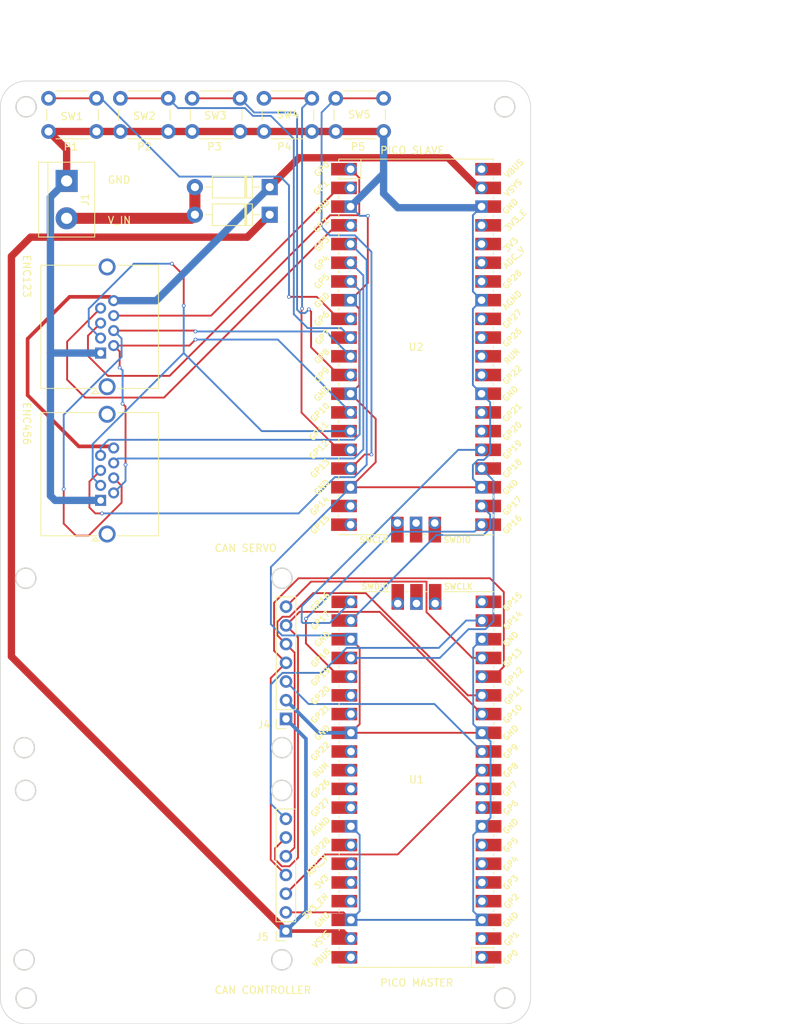
<source format=kicad_pcb>
(kicad_pcb (version 20221018) (generator pcbnew)
  (layers (0 "F.Cu" signal) (31 "B.Cu" signal) (34 "B.Paste" user) (35 "F.Paste" user) (36 "B.SilkS" user "B.Silkscreen") (37 "F.SilkS" user "F.Silkscreen") (38 "B.Mask" user) (39 "F.Mask" user) (44 "Edge.Cuts" user))
  (net 0 "")
  (net 1 "GP6_2")
  (net 2 "GP7_2")
  (net 10 "GP20")
  (net 11 "5V")
  (net 12 "3V3")
  (net 13 "GP21")
  (net 14 "GND")
  (net 15 "GP6")
  (net 16 "GP0")
  (net 17 "GP1")
  (net 18 "GP7")
  (net 19 "GP28")
  (net 20 "GP8")
  (net 21 "GP9")
  (net 22 "GP27")
  (net 23 "GP26")
  (net 24 "GP3")
  (net 25 "GP4")
  (net 26 "GP22")
  (net 27 "GP2")
  (net 28 "GP5")
  (net 29 "GP19")
  (net 30 "GP10")
  (net 31 "GP11")
  (net 32 "GP18")
  (net 33 "GP12")
  (net 34 "GP13")
  (net 35 "GP17")
  (net 36 "GP14")
  (net 37 "GP16")
  (net 38 "GP15")
  (net 39 "GP20_2")
  (net 40 "GP8_2")
  (net 41 "GP9_2")
  (net 42 "GP10_2")
  (net 43 "GP11_2")
  (net 44 "GP12_2")
  (net 45 "GP13_2")
  (net 46 "GP0_2")
  (net 47 "GP1_2")
  (net 48 "GP2_2")
  (net 49 "GP3_2")
  (net 50 "5VCC_1")
  (net 51 "GP27_2")
  (net 52 "GP28_2")
  (net 53 "GP4_2")
  (net 54 "GP5_2")
  (net 55 "GP14_2")
  (net 56 "GP15_2")
  (net 68 "5VCC_2")
  (footprint "Button_Switch_THT:SW_PUSH_6mm" (layer "F.Cu") (at 115.05 35.35)
    (fp_text reference "SW5")
    (fp_text value "SW_Push" hide)
  )
  (footprint "MCU_RaspberryPi_and_Boards:RPi_Pico_SMD_TH" (layer "F.Cu") (at 126.01 127.83 180)
    (fp_text reference "U1")
    (fp_text value "Pico Master")
  )
  (footprint "Connector_PinSocket_2.54mm:PinSocket_1x07_P2.54mm_Vertical" (layer "F.Cu") (at 108.3 119.6 180)
    (fp_text reference "J4")
    (fp_text value "CAN_Servo")
  )
  (footprint "Connector_RJ:RJ45_Amphenol_RJHSE5380" (layer "F.Cu") (at 83.11 89.93 90)
    (fp_text reference "J3" hide)
    (fp_text value "8P8C")
  )
  (footprint "Button_Switch_THT:SW_PUSH_6mm" (layer "F.Cu") (at 95.55 35.35)
    (fp_text reference "SW3")
    (fp_text value "SW_Push" hide)
  )
  (footprint "Connector_PinSocket_2.54mm:PinSocket_1x07_P2.54mm_Vertical" (layer "F.Cu") (at 108.275 148.4 180)
    (fp_text reference "J5")
    (fp_text value "CAN_Controller")
  )
  (footprint "TerminalBlock:TerminalBlock_bornier-2_P5.08mm" (layer "F.Cu") (at 78.5 46.56 -90)
    (fp_text reference "J1")
    (fp_text value "V_IN")
  )
  (footprint "Diode_THT:D_DO-41_SOD81_P10.16mm_Horizontal" (layer "F.Cu") (at 106.08 51.15 180)
    (fp_text reference "D1" hide)
    (fp_text value "1N5817" hide)
  )
  (footprint "Diode_THT:D_DO-41_SOD81_P10.16mm_Horizontal" (layer "F.Cu") (at 106.08 47.4 180)
    (fp_text reference "D2" hide)
    (fp_text value "1N5817" hide)
  )
  (footprint "Button_Switch_THT:SW_PUSH_6mm" (layer "F.Cu") (at 85.8 35.35)
    (fp_text reference "SW2")
    (fp_text value "SW_Push" hide)
  )
  (footprint "MCU_RaspberryPi_and_Boards:RPi_Pico_SMD_TH" (layer "F.Cu") (at 125.96 69.1)
    (fp_text reference "U2")
    (fp_text value "Pico Slave")
  )
  (footprint "Button_Switch_THT:SW_PUSH_6mm" (layer "F.Cu") (at 105.3 35.35)
    (fp_text reference "SW4")
    (fp_text value "SW_Push" hide)
  )
  (footprint "Button_Switch_THT:SW_PUSH_6mm" (layer "F.Cu") (at 76.05 35.35)
    (fp_text reference "SW1")
    (fp_text value "SW_Push" hide)
  )
  (footprint "Connector_RJ:RJ45_Amphenol_RJHSE5380" (layer "F.Cu") (at 83.11 69.93 90)
    (fp_text reference "J2" hide)
    (fp_text value "8P8C")
  )
  (gr_circle (center 72.925 129.3) (end 74.3 129.3) (stroke (width 0.2)) (fill none) (layer "Edge.Cuts"))
  (gr_circle (center 72.999999 157.500001) (end 74.374999 157.500001) (stroke (width 0.2)) (fill none) (layer "Edge.Cuts"))
  (gr_circle (center 107.725 152.3) (end 109.1 152.3) (stroke (width 0.2)) (fill none) (layer "Edge.Cuts"))
  (gr_line (start 73 33) (end 138 33) (stroke (width 0.1)) (layer "Edge.Cuts"))
  (gr_arc (start 73 161) (mid 70.525126 159.974874) (end 69.5 157.5) (stroke (width 0.1)) (layer "Edge.Cuts"))
  (gr_circle (center 72.75 123.5) (end 74.125 123.5) (stroke (width 0.2)) (fill none) (layer "Edge.Cuts"))
  (gr_arc (start 69.5 36.5) (mid 70.525126 34.025126) (end 73 33) (stroke (width 0.1)) (layer "Edge.Cuts"))
  (gr_line (start 73 161) (end 137.999999 160.999999) (stroke (width 0.1)) (layer "Edge.Cuts"))
  (gr_circle (center 107.725 129.3) (end 109.1 129.3) (stroke (width 0.2)) (fill none) (layer "Edge.Cuts"))
  (gr_circle (center 107.75 100.5) (end 109.125 100.5) (stroke (width 0.2)) (fill none) (layer "Edge.Cuts"))
  (gr_line (start 69.5 36.5) (end 69.5 157.5) (stroke (width 0.1)) (layer "Edge.Cuts"))
  (gr_line (start 141.499999 36.500001) (end 141.499999 157.499999) (stroke (width 0.1)) (layer "Edge.Cuts"))
  (gr_arc (start 137.999999 33.000001) (mid 140.474873 34.025127) (end 141.499999 36.500001) (stroke (width 0.1)) (layer "Edge.Cuts"))
  (gr_circle (center 72.725 152.3) (end 74.1 152.3) (stroke (width 0.2)) (fill none) (layer "Edge.Cuts"))
  (gr_circle (center 73 36.5) (end 74.375 36.5) (stroke (width 0.2)) (fill none) (layer "Edge.Cuts"))
  (gr_arc (start 141.499999 157.499999) (mid 140.474873 159.974873) (end 137.999999 160.999999) (stroke (width 0.1)) (layer "Edge.Cuts"))
  (gr_circle (center 138 36.5) (end 139.375 36.5) (stroke (width 0.2)) (fill none) (layer "Edge.Cuts"))
  (gr_circle (center 72.95 100.5) (end 74.325 100.5) (stroke (width 0.2)) (fill none) (layer "Edge.Cuts"))
  (gr_circle (center 107.75 123.5) (end 109.125 123.5) (stroke (width 0.2)) (fill none) (layer "Edge.Cuts"))
  (gr_circle (center 138 157.5) (end 139.375 157.5) (stroke (width 0.2)) (fill none) (layer "Edge.Cuts"))
  (gr_text "P3" (at 97.5 42.5) (layer "F.SilkS") (effects (font (size 1 1)) (justify left bottom)))
  (gr_text "CAN CONTROLLER" (at 98.5 157) (layer "F.SilkS") (effects (font (size 1 1)) (justify left bottom)))
  (gr_text "V_IN" (at 84 52.5) (layer "F.SilkS") (effects (font (size 1 1)) (justify left bottom)))
  (gr_text "ADC_V" (at 112.5 139.5 45) (layer "F.SilkS") (effects (font (size 0.8 0.8))))
  (gr_text "GND" (at 84 47) (layer "F.SilkS") (effects (font (size 1 1)) (justify left bottom)))
  (gr_text "P4" (at 107 42.5) (layer "F.SilkS") (effects (font (size 1 1)) (justify left bottom)))
  (gr_text "PICO SLAVE" (at 121 43) (layer "F.SilkS") (effects (font (size 1 1)) (justify left bottom)))
  (gr_text "P5" (at 117 42.5) (layer "F.SilkS") (effects (font (size 1 1)) (justify left bottom)))
  (gr_text "ENC123" (at 72.5 56.5 -90) (layer "F.SilkS") (effects (font (size 1 1)) (justify left bottom)))
  (gr_text "PICO MASTER" (at 121 156) (layer "F.SilkS") (effects (font (size 1 1)) (justify left bottom)))
  (gr_text "ENC456" (at 72.5 76.5 270) (layer "F.SilkS") (effects (font (size 1 1)) (justify left bottom)))
  (gr_text "CAN SERVO" (at 98.5 97) (layer "F.SilkS") (effects (font (size 1 1)) (justify left bottom)))
  (gr_text "P1" (at 78 42.5) (layer "F.SilkS") (effects (font (size 1 1)) (justify left bottom)))
  (gr_text "P2" (at 88 42.5) (layer "F.SilkS") (effects (font (size 1 1)) (justify left bottom)))
  (segment (start 112.47 62.3) (end 115.46 65.29) (width 0.25) (layer "F.Cu") (net 1))
  (segment (start 82.55 35.35) (end 76.05 35.35) (width 0.25) (layer "F.Cu") (net 1))
  (segment (start 115.46 65.29) (end 117.07 65.29) (width 0.25) (layer "F.Cu") (net 1))
  (segment (start 108.7 62.3) (end 112.47 62.3) (width 0.25) (layer "F.Cu") (net 1))
  (via micro (at 108.7 62.3) (size 0.5) (drill 0.3) (layers "F.Cu" "B.Cu") (net 1))
  (segment (start 107.505 45.975) (end 108.7 47.17) (width 0.25) (layer "B.Cu") (net 1))
  (segment (start 93.798833 45.975) (end 107.505 45.975) (width 0.25) (layer "B.Cu") (net 1))
  (segment (start 83.173833 35.35) (end 93.798833 45.975) (width 0.25) (layer "B.Cu") (net 1))
  (segment (start 82.55 35.35) (end 83.173833 35.35) (width 0.25) (layer "B.Cu") (net 1))
  (segment (start 108.7 47.17) (end 108.7 62.3) (width 0.25) (layer "B.Cu") (net 1))
  (segment (start 92.3 35.35) (end 85.8 35.35) (width 0.25) (layer "F.Cu") (net 2))
  (segment (start 109.35 40.85) (end 109.35 64.65) (width 0.25) (layer "B.Cu") (net 2))
  (segment (start 115.79 66.55) (end 117.07 67.83) (width 0.25) (layer "B.Cu") (net 2))
  (segment (start 93.625 36.675) (end 102.738604 36.675) (width 0.25) (layer "B.Cu") (net 2))
  (segment (start 102.738604 36.675) (end 103.788604 37.725) (width 0.25) (layer "B.Cu") (net 2))
  (segment (start 103.788604 37.725) (end 106.225 37.725) (width 0.25) (layer "B.Cu") (net 2))
  (segment (start 111.25 66.55) (end 115.79 66.55) (width 0.25) (layer "B.Cu") (net 2))
  (segment (start 92.3 35.35) (end 93.625 36.675) (width 0.25) (layer "B.Cu") (net 2))
  (segment (start 109.35 64.65) (end 111.25 66.55) (width 0.25) (layer "B.Cu") (net 2))
  (segment (start 106.225 37.725) (end 109.35 40.85) (width 0.25) (layer "B.Cu") (net 2))
  (segment (start 95.92 51.15) (end 95.92 47.4) (width 1.5) (layer "F.Cu") (net 11))
  (segment (start 95.43 51.64) (end 95.92 51.15) (width 0.25) (layer "F.Cu") (net 11))
  (segment (start 78.5 51.64) (end 95.43 51.64) (width 1.5) (layer "F.Cu") (net 11))
  (segment (start 134.9 121.48) (end 117.12 121.48) (width 0.25) (layer "F.Cu") (net 14))
  (segment (start 117.07 62.75) (end 119.4 60.42) (width 0.25) (layer "F.Cu") (net 14))
  (segment (start 76.05 39.85) (end 82.55 39.85) (width 1) (layer "F.Cu") (net 14))
  (segment (start 111.8 39.85) (end 115.05 39.85) (width 1) (layer "F.Cu") (net 14))
  (segment (start 117.07 75.45) (end 118.245 74.275) (width 0.25) (layer "F.Cu") (net 14))
  (segment (start 115.05 39.85) (end 121.55 39.85) (width 1) (layer "F.Cu") (net 14))
  (segment (start 119.4 60.42) (end 119.4 51.3) (width 0.25) (layer "F.Cu") (net 14))
  (segment (start 82.55 39.85) (end 85.8 39.85) (width 1) (layer "F.Cu") (net 14))
  (segment (start 92.3 39.85) (end 95.55 39.85) (width 1) (layer "F.Cu") (net 14))
  (segment (start 85.8 39.85) (end 92.3 39.85) (width 1) (layer "F.Cu") (net 14))
  (segment (start 118.295 120.305) (end 117.12 121.48) (width 0.25) (layer "F.Cu") (net 14))
  (segment (start 108.275 145.86) (end 116.1 145.86) (width 0.25) (layer "F.Cu") (net 14))
  (segment (start 118.245 74.275) (end 118.245 63.925) (width 0.25) (layer "F.Cu") (net 14))
  (segment (start 118.295 109.955) (end 118.295 120.305) (width 0.25) (layer "F.Cu") (net 14))
  (segment (start 120.475 84.745) (end 120.475 78.855) (width 0.25) (layer "F.Cu") (net 14))
  (segment (start 116.1 145.86) (end 117.12 146.88) (width 0.25) (layer "F.Cu") (net 14))
  (segment (start 120.475 78.855) (end 117.07 75.45) (width 0.25) (layer "F.Cu") (net 14))
  (segment (start 134.85 88.15) (end 117.07 88.15) (width 0.25) (layer "F.Cu") (net 14))
  (segment (start 117.12 108.78) (end 118.295 109.955) (width 0.25) (layer "F.Cu") (net 14))
  (segment (start 78.5 42.3) (end 76.05 39.85) (width 1) (layer "F.Cu") (net 14))
  (segment (start 95.55 39.85) (end 102.05 39.85) (width 1) (layer "F.Cu") (net 14))
  (segment (start 118.245 63.925) (end 117.07 62.75) (width 0.25) (layer "F.Cu") (net 14))
  (segment (start 102.05 39.85) (end 105.3 39.85) (width 1) (layer "F.Cu") (net 14))
  (segment (start 117.07 88.15) (end 120.475 84.745) (width 0.25) (layer "F.Cu") (net 14))
  (segment (start 78.5 46.56) (end 78.5 42.3) (width 1) (layer "F.Cu") (net 14))
  (segment (start 105.3 39.85) (end 111.8 39.85) (width 1) (layer "F.Cu") (net 14))
  (via micro (at 119.4 51.3) (size 0.5) (drill 0.3) (layers "F.Cu" "B.Cu") (net 14))
  (segment (start 133.725 135.355) (end 133.725 145.705) (width 0.25) (layer "B.Cu") (net 14))
  (segment (start 76.3 69.93) (end 83.11 69.93) (width 1) (layer "B.Cu") (net 14))
  (segment (start 121.55 39.85) (end 121.55 45.57) (width 1) (layer "B.Cu") (net 14))
  (segment (start 134.85 75.45) (end 136.025 76.625) (width 0.25) (layer "B.Cu") (net 14))
  (segment (start 76.3 69.93) (end 76.3 89.3) (width 1) (layer "B.Cu") (net 14))
  (segment (start 133.725 109.955) (end 133.725 120.305) (width 0.25) (layer "B.Cu") (net 14))
  (segment (start 78.5 46.56) (end 76.3 48.76) (width 1) (layer "B.Cu") (net 14))
  (segment (start 116.605 108.265) (end 107.765 108.265) (width 0.25) (layer "B.Cu") (net 14))
  (segment (start 136.075 122.655) (end 136.075 133.005) (width 0.25) (layer "B.Cu") (net 14))
  (segment (start 133.675 85.123299) (end 133.675 86.975) (width 0.25) (layer "B.Cu") (net 14))
  (segment (start 106.242045 106.742045) (end 106.242045 98.977955) (width 0.25) (layer "B.Cu") (net 14))
  (segment (start 136.025 83.575) (end 135.165 84.435) (width 0.25) (layer "B.Cu") (net 14))
  (segment (start 133.675 61.575) (end 133.675 51.225) (width 0.25) (layer "B.Cu") (net 14))
  (segment (start 117.12 108.78) (end 116.605 108.265) (width 0.25) (layer "B.Cu") (net 14))
  (segment (start 121.55 45.57) (end 117.07 50.05) (width 1) (layer "B.Cu") (net 14))
  (segment (start 118.295 145.705) (end 118.295 135.355) (width 0.25) (layer "B.Cu") (net 14))
  (segment (start 134.85 62.75) (end 133.675 61.575) (width 0.25) (layer "B.Cu") (net 14))
  (segment (start 134.9 108.78) (end 133.725 109.955) (width 0.25) (layer "B.Cu") (net 14))
  (segment (start 134.9 121.48) (end 136.075 122.655) (width 0.25) (layer "B.Cu") (net 14))
  (segment (start 117.12 146.88) (end 118.295 145.705) (width 0.25) (layer "B.Cu") (net 14))
  (segment (start 118.295 135.355) (end 117.12 134.18) (width 0.25) (layer "B.Cu") (net 14))
  (segment (start 134.9 134.18) (end 133.725 135.355) (width 0.25) (layer "B.Cu") (net 14))
  (segment (start 133.675 86.975) (end 134.85 88.15) (width 0.25) (layer "B.Cu") (net 14))
  (segment (start 135.165 84.435) (end 134.363299 84.435) (width 0.25) (layer "B.Cu") (net 14))
  (segment (start 119.4 51.3) (end 118.32 51.3) (width 0.25) (layer "B.Cu") (net 14))
  (segment (start 118.32 51.3) (end 117.07 50.05) (width 0.25) (layer "B.Cu") (net 14))
  (segment (start 123.48368 50.2) (end 134.7 50.2) (width 1) (layer "B.Cu") (net 14))
  (segment (start 133.675 74.275) (end 134.85 75.45) (width 0.25) (layer "B.Cu") (net 14))
  (segment (start 134.7 50.2) (end 134.85 50.05) (width 1) (layer "B.Cu") (net 14))
  (segment (start 76.93 89.93) (end 83.11 89.93) (width 1) (layer "B.Cu") (net 14))
  (segment (start 76.3 89.3) (end 76.93 89.93) (width 1) (layer "B.Cu") (net 14))
  (segment (start 133.725 145.705) (end 134.9 146.88) (width 0.25) (layer "B.Cu") (net 14))
  (segment (start 112.72 121.48) (end 117.12 121.48) (width 0.5) (layer "B.Cu") (net 14))
  (segment (start 133.675 51.225) (end 134.85 50.05) (width 0.25) (layer "B.Cu") (net 14))
  (segment (start 136.025 76.625) (end 136.025 83.575) (width 0.25) (layer "B.Cu") (net 14))
  (segment (start 121.55 45.57) (end 121.55 48.26632) (width 1) (layer "B.Cu") (net 14))
  (segment (start 106.242045 98.977955) (end 117.07 88.15) (width 0.25) (layer "B.Cu") (net 14))
  (segment (start 136.075 133.005) (end 134.9 134.18) (width 0.25) (layer "B.Cu") (net 14))
  (segment (start 133.675 63.925) (end 133.675 74.275) (width 0.25) (layer "B.Cu") (net 14))
  (segment (start 121.55 48.26632) (end 123.48368 50.2) (width 1) (layer "B.Cu") (net 14))
  (segment (start 134.363299 84.435) (end 133.675 85.123299) (width 0.25) (layer "B.Cu") (net 14))
  (segment (start 134.85 62.75) (end 133.675 63.925) (width 0.25) (layer "B.Cu") (net 14))
  (segment (start 108.3 117.06) (end 112.72 121.48) (width 0.5) (layer "B.Cu") (net 14))
  (segment (start 133.725 120.305) (end 134.9 121.48) (width 0.25) (layer "B.Cu") (net 14))
  (segment (start 117.12 146.88) (end 134.9 146.88) (width 0.25) (layer "B.Cu") (net 14))
  (segment (start 107.765 108.265) (end 106.242045 106.742045) (width 0.25) (layer "B.Cu") (net 14))
  (segment (start 76.3 48.76) (end 76.3 69.93) (width 1) (layer "B.Cu") (net 14))
  (segment (start 113.595 138) (end 123.46 138) (width 0.25) (layer "F.Cu") (net 20))
  (segment (start 108.275 143.32) (end 113.595 138) (width 0.25) (layer "F.Cu") (net 20))
  (segment (start 123.46 138) (end 134.9 126.56) (width 0.25) (layer "F.Cu") (net 20))
  (segment (start 128.455 117.575) (end 134.9 124.02) (width 0.25) (layer "B.Cu") (net 21))
  (segment (start 111.355 117.575) (end 128.455 117.575) (width 0.25) (layer "B.Cu") (net 21))
  (segment (start 108.3 114.52) (end 111.355 117.575) (width 0.25) (layer "B.Cu") (net 21))
  (segment (start 111 109.35) (end 111 106) (width 0.25) (layer "F.Cu") (net 29))
  (segment (start 117.12 113.86) (end 115.51 113.86) (width 0.25) (layer "F.Cu") (net 29))
  (segment (start 115.51 113.86) (end 111 109.35) (width 0.25) (layer "F.Cu") (net 29))
  (via micro (at 111 106) (size 0.5) (drill 0.3) (layers "F.Cu" "B.Cu") (net 29))
  (segment (start 133.905 94.175) (end 134.85 93.23) (width 0.25) (layer "B.Cu") (net 29))
  (segment (start 122.825 94.175) (end 133.905 94.175) (width 0.25) (layer "B.Cu") (net 29))
  (segment (start 111 106) (end 122.825 94.175) (width 0.25) (layer "B.Cu") (net 29))
  (segment (start 109.925 108.525) (end 109.925 138.441701) (width 0.25) (layer "F.Cu") (net 30))
  (segment (start 108.3 106.9) (end 110.135 105.065) (width 0.25) (layer "F.Cu") (net 30))
  (segment (start 106.815698 138.684302) (end 106.815698 137.159302) (width 0.25) (layer "F.Cu") (net 30))
  (segment (start 108.761701 139.605) (end 107.736396 139.605) (width 0.25) (layer "F.Cu") (net 30))
  (segment (start 108.3 106.9) (end 109.925 108.525) (width 0.25) (layer "F.Cu") (net 30))
  (segment (start 106.815698 137.159302) (end 108.275 135.7) (width 0.25) (layer "F.Cu") (net 30))
  (segment (start 109.925 138.441701) (end 108.761701 139.605) (width 0.25) (layer "F.Cu") (net 30))
  (segment (start 121.025 105.065) (end 134.9 118.94) (width 0.25) (layer "F.Cu") (net 30))
  (segment (start 110.135 105.065) (end 121.025 105.065) (width 0.25) (layer "F.Cu") (net 30))
  (segment (start 107.736396 139.605) (end 106.815698 138.684302) (width 0.25) (layer "F.Cu") (net 30))
  (segment (start 109.475 110.615) (end 108.3 109.44) (width 0.25) (layer "F.Cu") (net 31))
  (segment (start 132.996396 116.4) (end 134.9 116.4) (width 0.25) (layer "F.Cu") (net 31))
  (segment (start 109.475 137.04) (end 109.475 110.615) (width 0.25) (layer "F.Cu") (net 31))
  (segment (start 108.786701 105.725) (end 111.986701 102.525) (width 0.25) (layer "F.Cu") (net 31))
  (segment (start 108.275 138.24) (end 109.475 137.04) (width 0.25) (layer "F.Cu") (net 31))
  (segment (start 107.813299 105.725) (end 108.786701 105.725) (width 0.25) (layer "F.Cu") (net 31))
  (segment (start 119.121396 102.525) (end 132.996396 116.4) (width 0.25) (layer "F.Cu") (net 31))
  (segment (start 107.125 106.413299) (end 107.813299 105.725) (width 0.25) (layer "F.Cu") (net 31))
  (segment (start 108.3 109.44) (end 107.125 108.265) (width 0.25) (layer "F.Cu") (net 31))
  (segment (start 111.986701 102.525) (end 119.121396 102.525) (width 0.25) (layer "F.Cu") (net 31))
  (segment (start 107.125 108.265) (end 107.125 106.413299) (width 0.25) (layer "F.Cu") (net 31))
  (segment (start 133.085 107.415) (end 129.18 111.32) (width 0.25) (layer "B.Cu") (net 32))
  (segment (start 136.475 106.326701) (end 135.386701 107.415) (width 0.25) (layer "B.Cu") (net 32))
  (segment (start 135.386701 107.415) (end 133.085 107.415) (width 0.25) (layer "B.Cu") (net 32))
  (segment (start 134.85 85.61) (end 136.475 87.235) (width 0.25) (layer "B.Cu") (net 32))
  (segment (start 129.18 111.32) (end 117.12 111.32) (width 0.25) (layer "B.Cu") (net 32))
  (segment (start 136.475 87.235) (end 136.475 106.326701) (width 0.25) (layer "B.Cu") (net 32))
  (segment (start 106.675 110.355) (end 106.675 103.825) (width 0.25) (layer "F.Cu") (net 33))
  (segment (start 106.675 103.825) (end 109.995 100.505) (width 0.25) (layer "F.Cu") (net 33))
  (segment (start 106.217045 114.062955) (end 108.3 111.98) (width 0.25) (layer "F.Cu") (net 33))
  (segment (start 109.995 100.505) (end 136.005 100.505) (width 0.25) (layer "F.Cu") (net 33))
  (segment (start 136.005 100.505) (end 137.875 102.375) (width 0.25) (layer "F.Cu") (net 33))
  (segment (start 137.875 102.375) (end 137.875 112.495) (width 0.25) (layer "F.Cu") (net 33))
  (segment (start 108.275 140.78) (end 106.217045 138.722045) (width 0.25) (layer "F.Cu") (net 33))
  (segment (start 136.51 113.86) (end 134.9 113.86) (width 0.25) (layer "F.Cu") (net 33))
  (segment (start 137.875 112.495) (end 136.51 113.86) (width 0.25) (layer "F.Cu") (net 33))
  (segment (start 108.3 111.98) (end 106.675 110.355) (width 0.25) (layer "F.Cu") (net 33))
  (segment (start 106.217045 138.722045) (end 106.217045 114.062955) (width 0.25) (layer "F.Cu") (net 33))
  (segment (start 111.705 100.955) (end 127.375 100.955) (width 0.25) (layer "F.Cu") (net 34))
  (segment (start 127.375 100.955) (end 127.375 105.105) (width 0.25) (layer "F.Cu") (net 34))
  (segment (start 133.59 111.32) (end 134.9 111.32) (width 0.25) (layer "F.Cu") (net 34))
  (segment (start 127.375 105.105) (end 133.59 111.32) (width 0.25) (layer "F.Cu") (net 34))
  (segment (start 108.3 104.36) (end 111.705 100.955) (width 0.25) (layer "F.Cu") (net 34))
  (segment (start 136.025 93.716701) (end 136.025 91.865) (width 0.25) (layer "B.Cu") (net 35))
  (segment (start 135.116701 94.625) (end 136.025 93.716701) (width 0.25) (layer "B.Cu") (net 35))
  (segment (start 136.025 91.865) (end 134.85 90.69) (width 0.25) (layer "B.Cu") (net 35))
  (segment (start 128.735 94.625) (end 135.116701 94.625) (width 0.25) (layer "B.Cu") (net 35))
  (segment (start 117.12 106.24) (end 128.735 94.625) (width 0.25) (layer "B.Cu") (net 35))
  (segment (start 107.813299 113.345) (end 113.155 113.345) (width 0.25) (layer "B.Cu") (net 36))
  (segment (start 106.217045 114.941254) (end 107.813299 113.345) (width 0.25) (layer "B.Cu") (net 36))
  (segment (start 108.275 133.16) (end 106.217045 131.102045) (width 0.25) (layer "B.Cu") (net 36))
  (segment (start 132.76 106.24) (end 134.9 106.24) (width 0.25) (layer "B.Cu") (net 36))
  (segment (start 129.045 109.955) (end 132.76 106.24) (width 0.25) (layer "B.Cu") (net 36))
  (segment (start 116.545 109.955) (end 129.045 109.955) (width 0.25) (layer "B.Cu") (net 36))
  (segment (start 113.155 113.345) (end 116.545 109.955) (width 0.25) (layer "B.Cu") (net 36))
  (segment (start 106.217045 131.102045) (end 106.217045 114.941254) (width 0.25) (layer "B.Cu") (net 36))
  (segment (start 110.575 106.575) (end 110.425 106.425) (width 0.25) (layer "B.Cu") (net 37))
  (segment (start 131.688299 83.07) (end 134.85 83.07) (width 0.25) (layer "B.Cu") (net 37))
  (segment (start 117.12 103.7) (end 114.245 106.575) (width 0.25) (layer "B.Cu") (net 37))
  (segment (start 110.425 106.425) (end 110.425 104.333299) (width 0.25) (layer "B.Cu") (net 37))
  (segment (start 114.245 106.575) (end 110.575 106.575) (width 0.25) (layer "B.Cu") (net 37))
  (segment (start 110.425 104.333299) (end 131.688299 83.07) (width 0.25) (layer "B.Cu") (net 37))
  (segment (start 85.965 90.235) (end 85.965 87.957) (width 0.25) (layer "F.Cu") (net 40))
  (segment (start 85.965 87.957) (end 84.89 86.882) (width 0.25) (layer "F.Cu") (net 40))
  (segment (start 84.89 66.882) (end 95.882 66.882) (width 0.25) (layer "F.Cu") (net 40))
  (segment (start 78.1 88.4) (end 78.1 93.078427) (width 0.25) (layer "F.Cu") (net 40))
  (segment (start 81.48 94.72) (end 85.965 90.235) (width 0.25) (layer "F.Cu") (net 40))
  (segment (start 95.882 66.882) (end 96 67) (width 0.25) (layer "F.Cu") (net 40))
  (segment (start 79.741573 94.72) (end 81.48 94.72) (width 0.25) (layer "F.Cu") (net 40))
  (segment (start 78.1 93.078427) (end 79.741573 94.72) (width 0.25) (layer "F.Cu") (net 40))
  (via micro (at 96 67) (size 0.5) (drill 0.3) (layers "F.Cu" "B.Cu") (net 40))
  (via micro (at 78.1 88.4) (size 0.5) (drill 0.3) (layers "F.Cu" "B.Cu") (net 40))
  (segment (start 85.965 70.449034) (end 78.1 78.314034) (width 0.25) (layer "B.Cu") (net 40))
  (segment (start 96 67) (end 113.7 67) (width 0.25) (layer "B.Cu") (net 40))
  (segment (start 85.965 67.957) (end 85.965 70.449034) (width 0.25) (layer "B.Cu") (net 40))
  (segment (start 113.7 67) (end 117.07 70.37) (width 0.25) (layer "B.Cu") (net 40))
  (segment (start 84.89 66.882) (end 85.965 67.957) (width 0.25) (layer "B.Cu") (net 40))
  (segment (start 78.1 78.314034) (end 78.1 88.4) (width 0.25) (layer "B.Cu") (net 40))
  (segment (start 115.46 72.91) (end 117.07 72.91) (width 0.25) (layer "F.Cu") (net 41))
  (segment (start 111.4 64) (end 111.7 64.3) (width 0.25) (layer "F.Cu") (net 41))
  (segment (start 111.7 64.3) (end 111.7 69.15) (width 0.25) (layer "F.Cu") (net 41))
  (segment (start 111.7 69.15) (end 115.46 72.91) (width 0.25) (layer "F.Cu") (net 41))
  (segment (start 102.05 35.35) (end 95.55 35.35) (width 0.25) (layer "F.Cu") (net 41))
  (via micro (at 111.4 64) (size 0.5) (drill 0.3) (layers "F.Cu" "B.Cu") (net 41))
  (segment (start 109.8 37.6) (end 109.475 37.275) (width 0.25) (layer "B.Cu") (net 41))
  (segment (start 109.8 64.038173) (end 109.8 37.6) (width 0.25) (layer "B.Cu") (net 41))
  (segment (start 103.975 37.275) (end 102.05 35.35) (width 0.25) (layer "B.Cu") (net 41))
  (segment (start 109.475 37.275) (end 103.975 37.275) (width 0.25) (layer "B.Cu") (net 41))
  (segment (start 110.261827 64.5) (end 109.8 64.038173) (width 0.25) (layer "B.Cu") (net 41))
  (segment (start 110.9 64.5) (end 110.261827 64.5) (width 0.25) (layer "B.Cu") (net 41))
  (segment (start 111.4 64) (end 110.9 64.5) (width 0.25) (layer "B.Cu") (net 41))
  (segment (start 85.7 71.9) (end 85.7 69.724) (width 0.25) (layer "F.Cu") (net 42))
  (segment (start 86.5 85.1) (end 86.5 77.2) (width 0.25) (layer "F.Cu") (net 42))
  (segment (start 84.89 68.914) (end 95.186 68.914) (width 0.25) (layer "F.Cu") (net 42))
  (segment (start 95.186 68.914) (end 96 68.1) (width 0.25) (layer "F.Cu") (net 42))
  (segment (start 85.7 69.724) (end 84.89 68.914) (width 0.25) (layer "F.Cu") (net 42))
  (segment (start 86.5 77.2) (end 86.1 76.8) (width 0.25) (layer "F.Cu") (net 42))
  (via micro (at 86.1 76.8) (size 0.5) (drill 0.3) (layers "F.Cu" "B.Cu") (net 42))
  (via micro (at 96 68.1) (size 0.5) (drill 0.3) (layers "F.Cu" "B.Cu") (net 42))
  (via micro (at 85.7 71.9) (size 0.5) (drill 0.3) (layers "F.Cu" "B.Cu") (net 42))
  (via micro (at 86.5 85.1) (size 0.5) (drill 0.3) (layers "F.Cu" "B.Cu") (net 42))
  (segment (start 86.1 76.8) (end 86.1 72.3) (width 0.25) (layer "B.Cu") (net 42))
  (segment (start 86.5 87.304) (end 86.5 85.1) (width 0.25) (layer "B.Cu") (net 42))
  (segment (start 107.18 68.1) (end 117.07 77.99) (width 0.25) (layer "B.Cu") (net 42))
  (segment (start 96 68.1) (end 107.18 68.1) (width 0.25) (layer "B.Cu") (net 42))
  (segment (start 86.1 72.3) (end 85.7 71.9) (width 0.25) (layer "B.Cu") (net 42))
  (segment (start 84.89 88.914) (end 86.5 87.304) (width 0.25) (layer "B.Cu") (net 42))
  (segment (start 94.4 59.4) (end 94.4 63.5) (width 0.25) (layer "F.Cu") (net 43))
  (segment (start 92.8 57.8) (end 94.4 59.4) (width 0.25) (layer "F.Cu") (net 43))
  (via micro (at 92.8 57.8) (size 0.5) (drill 0.3) (layers "F.Cu" "B.Cu") (net 43))
  (via micro (at 94.4 63.5) (size 0.5) (drill 0.3) (layers "F.Cu" "B.Cu") (net 43))
  (segment (start 105.004034 80.53) (end 117.07 80.53) (width 0.25) (layer "B.Cu") (net 43))
  (segment (start 81.5 66.288) (end 81.5 63.92372) (width 0.25) (layer "B.Cu") (net 43))
  (segment (start 94.4 69.925966) (end 82.035 82.290966) (width 0.25) (layer "B.Cu") (net 43))
  (segment (start 82.035 86.823) (end 83.11 87.898) (width 0.25) (layer "B.Cu") (net 43))
  (segment (start 87.62372 57.8) (end 92.8 57.8) (width 0.25) (layer "B.Cu") (net 43))
  (segment (start 81.5 63.92372) (end 87.62372 57.8) (width 0.25) (layer "B.Cu") (net 43))
  (segment (start 83.11 67.898) (end 81.5 66.288) (width 0.25) (layer "B.Cu") (net 43))
  (segment (start 94.4 69.925966) (end 105.004034 80.53) (width 0.25) (layer "B.Cu") (net 43))
  (segment (start 82.035 82.290966) (end 82.035 86.823) (width 0.25) (layer "B.Cu") (net 43))
  (segment (start 94.4 63.5) (end 94.4 69.925966) (width 0.25) (layer "B.Cu") (net 43))
  (segment (start 115.46 83.07) (end 117.07 83.07) (width 0.25) (layer "F.Cu") (net 44))
  (segment (start 111.8 35.35) (end 105.3 35.35) (width 0.25) (layer "F.Cu") (net 44))
  (segment (start 110.4 78.01) (end 115.46 83.07) (width 0.25) (layer "F.Cu") (net 44))
  (segment (start 110.4 63.975) (end 110.4 78.01) (width 0.25) (layer "F.Cu") (net 44))
  (segment (start 110.475 63.9) (end 110.4 63.975) (width 0.25) (layer "F.Cu") (net 44))
  (via micro (at 110.475 63.9) (size 0.5) (drill 0.3) (layers "F.Cu" "B.Cu") (net 44))
  (segment (start 110.475 36.675) (end 111.8 35.35) (width 0.25) (layer "B.Cu") (net 44))
  (segment (start 110.475 63.9) (end 110.475 36.675) (width 0.25) (layer "B.Cu") (net 44))
  (segment (start 119.9 83.7) (end 118.98 83.7) (width 0.25) (layer "F.Cu") (net 45))
  (segment (start 118.98 83.7) (end 117.07 85.61) (width 0.25) (layer "F.Cu") (net 45))
  (segment (start 121.55 35.35) (end 115.05 35.35) (width 0.25) (layer "F.Cu") (net 45))
  (via micro (at 119.9 83.7) (size 0.5) (drill 0.3) (layers "F.Cu" "B.Cu") (net 45))
  (segment (start 114.233299 53.955) (end 117.655 53.955) (width 0.25) (layer "B.Cu") (net 45))
  (segment (start 119.9 56.2) (end 119.9 83.7) (width 0.25) (layer "B.Cu") (net 45))
  (segment (start 113.125 52.846701) (end 114.233299 53.955) (width 0.25) (layer "B.Cu") (net 45))
  (segment (start 115.05 35.35) (end 113.125 37.275) (width 0.25) (layer "B.Cu") (net 45))
  (segment (start 117.655 53.955) (end 119.9 56.2) (width 0.25) (layer "B.Cu") (net 45))
  (segment (start 113.125 37.275) (end 113.125 52.846701) (width 0.25) (layer "B.Cu") (net 45))
  (segment (start 118.245 51.225) (end 118.245 46.145) (width 0.25) (layer "F.Cu") (net 46))
  (segment (start 118.245 46.145) (end 117.07 44.97) (width 0.25) (layer "F.Cu") (net 46))
  (segment (start 81.398427 67.577573) (end 81.398427 70.323427) (width 0.25) (layer "F.Cu") (net 46))
  (segment (start 81.398427 70.323427) (end 84.1 73.025) (width 0.25) (layer "F.Cu") (net 46))
  (segment (start 92.485 73.025) (end 114.285 51.225) (width 0.25) (layer "F.Cu") (net 46))
  (segment (start 84.1 73.025) (end 92.485 73.025) (width 0.25) (layer "F.Cu") (net 46))
  (segment (start 114.285 51.225) (end 118.245 51.225) (width 0.25) (layer "F.Cu") (net 46))
  (segment (start 83.11 65.866) (end 81.398427 67.577573) (width 0.25) (layer "F.Cu") (net 46))
  (segment (start 84.89 64.85) (end 98.12 64.85) (width 0.25) (layer "F.Cu") (net 47))
  (segment (start 98.12 64.85) (end 115.46 47.51) (width 0.25) (layer "F.Cu") (net 47))
  (segment (start 115.46 47.51) (end 117.07 47.51) (width 0.25) (layer "F.Cu") (net 47))
  (segment (start 83.11 63.834) (end 78.57 68.374) (width 0.25) (layer "F.Cu") (net 48))
  (segment (start 91.725 75.975) (end 115.11 52.59) (width 0.25) (layer "F.Cu") (net 48))
  (segment (start 78.57 68.374) (end 78.57 73.548427) (width 0.25) (layer "F.Cu") (net 48))
  (segment (start 115.11 52.59) (end 117.07 52.59) (width 0.25) (layer "F.Cu") (net 48))
  (segment (start 80.996573 75.975) (end 91.725 75.975) (width 0.25) (layer "F.Cu") (net 48))
  (segment (start 78.57 73.548427) (end 80.996573 75.975) (width 0.25) (layer "F.Cu") (net 48))
  (segment (start 81.6 90.9) (end 82.4 91.7) (width 0.25) (layer "F.Cu") (net 49))
  (segment (start 81.6 87.376) (end 81.6 90.9) (width 0.25) (layer "F.Cu") (net 49))
  (segment (start 83.11 85.866) (end 81.6 87.376) (width 0.25) (layer "F.Cu") (net 49))
  (segment (start 82.4 91.7) (end 83.3 91.7) (width 0.25) (layer "F.Cu") (net 49))
  (via micro (at 83.3 91.7) (size 0.5) (drill 0.3) (layers "F.Cu" "B.Cu") (net 49))
  (segment (start 119.25 57.31) (end 117.07 55.13) (width 0.25) (layer "B.Cu") (net 49))
  (segment (start 114.915 86.785) (end 117.556701 86.785) (width 0.25) (layer "B.Cu") (net 49))
  (segment (start 83.3 91.7) (end 110 91.7) (width 0.25) (layer "B.Cu") (net 49))
  (segment (start 117.556701 86.785) (end 119.25 85.091701) (width 0.25) (layer "B.Cu") (net 49))
  (segment (start 110 91.7) (end 114.915 86.785) (width 0.25) (layer "B.Cu") (net 49))
  (segment (start 119.25 85.091701) (end 119.25 57.31) (width 0.25) (layer "B.Cu") (net 49))
  (segment (start 108.275 148.4) (end 71 111.125) (width 1) (layer "F.Cu") (net 50))
  (segment (start 103.03 54.2) (end 106.08 51.15) (width 1) (layer "F.Cu") (net 50))
  (segment (start 71 56.8) (end 73.6 54.2) (width 1) (layer "F.Cu") (net 50))
  (segment (start 71 111.125) (end 71 56.8) (width 1) (layer "F.Cu") (net 50))
  (segment (start 108.275 148.4) (end 116.1 148.4) (width 0.5) (layer "F.Cu") (net 50))
  (segment (start 116.1 148.4) (end 117.12 149.42) (width 0.5) (layer "F.Cu") (net 50))
  (segment (start 73.6 54.2) (end 103.03 54.2) (width 1) (layer "F.Cu") (net 50))
  (segment (start 108.3 119.6) (end 111 122.3) (width 0.5) (layer "B.Cu") (net 50))
  (segment (start 111 145.675) (end 108.275 148.4) (width 0.5) (layer "B.Cu") (net 50))
  (segment (start 111 122.3) (end 111 145.675) (width 0.5) (layer "B.Cu") (net 50))
  (segment (start 85.495 84.245) (end 117.556701 84.245) (width 0.25) (layer "B.Cu") (net 53))
  (segment (start 118.8 83.001701) (end 118.8 59.4) (width 0.25) (layer "B.Cu") (net 53))
  (segment (start 84.89 84.85) (end 85.495 84.245) (width 0.25) (layer "B.Cu") (net 53))
  (segment (start 117.556701 84.245) (end 118.8 83.001701) (width 0.25) (layer "B.Cu") (net 53))
  (segment (start 118.8 59.4) (end 117.07 57.67) (width 0.25) (layer "B.Cu") (net 53))
  (segment (start 84.17834 81.705) (end 117.556701 81.705) (width 0.25) (layer "B.Cu") (net 54))
  (segment (start 83.11 82.77334) (end 84.17834 81.705) (width 0.25) (layer "B.Cu") (net 54))
  (segment (start 118.3 61.44) (end 117.07 60.21) (width 0.25) (layer "B.Cu") (net 54))
  (segment (start 83.11 83.834) (end 83.11 82.77334) (width 0.25) (layer "B.Cu") (net 54))
  (segment (start 118.3 80.961701) (end 118.3 61.44) (width 0.25) (layer "B.Cu") (net 54))
  (segment (start 117.556701 81.705) (end 118.3 80.961701) (width 0.25) (layer "B.Cu") (net 54))
  (segment (start 73.2 68) (end 73.2 75.655204) (width 0.5) (layer "F.Cu") (net 68))
  (segment (start 84.372 62.3) (end 78.9 62.3) (width 0.5) (layer "F.Cu") (net 68))
  (segment (start 134.41 47.51) (end 134.85 47.51) (width 1) (layer "F.Cu") (net 68))
  (segment (start 130.32 43.42) (end 134.41 47.51) (width 1) (layer "F.Cu") (net 68))
  (segment (start 80.144796 82.6) (end 84.672 82.6) (width 0.5) (layer "F.Cu") (net 68))
  (segment (start 84.672 82.6) (end 84.831 82.759) (width 0.5) (layer "F.Cu") (net 68))
  (segment (start 84.89 62.818) (end 84.372 62.3) (width 0.25) (layer "F.Cu") (net 68))
  (segment (start 84.831 82.759) (end 84.89 82.818) (width 0.25) (layer "F.Cu") (net 68))
  (segment (start 73.2 75.655204) (end 80.144796 82.6) (width 0.5) (layer "F.Cu") (net 68))
  (segment (start 110.06 43.42) (end 130.32 43.42) (width 1) (layer "F.Cu") (net 68))
  (segment (start 106.08 47.4) (end 110.06 43.42) (width 1) (layer "F.Cu") (net 68))
  (segment (start 78.9 62.3) (end 73.2 68) (width 0.5) (layer "F.Cu") (net 68))
  (segment (start 84.89 62.818) (end 90.662 62.818) (width 1) (layer "B.Cu") (net 68))
  (segment (start 90.662 62.818) (end 106.08 47.4) (width 1) (layer "B.Cu") (net 68))
)
</source>
